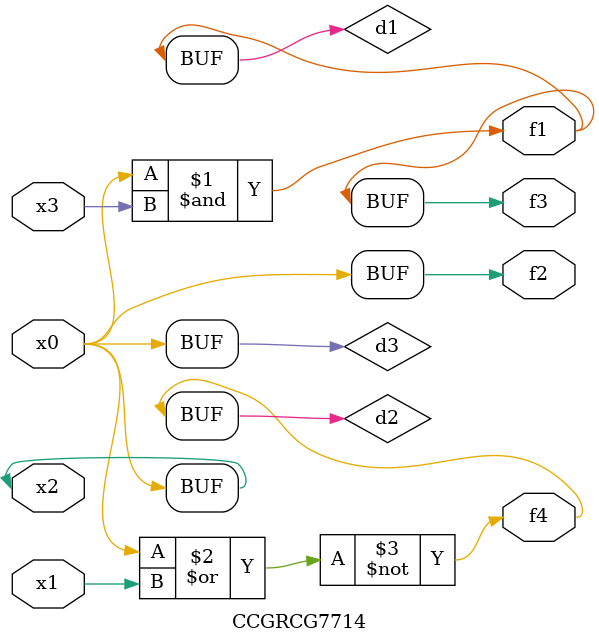
<source format=v>
module CCGRCG7714(
	input x0, x1, x2, x3,
	output f1, f2, f3, f4
);

	wire d1, d2, d3;

	and (d1, x2, x3);
	nor (d2, x0, x1);
	buf (d3, x0, x2);
	assign f1 = d1;
	assign f2 = d3;
	assign f3 = d1;
	assign f4 = d2;
endmodule

</source>
